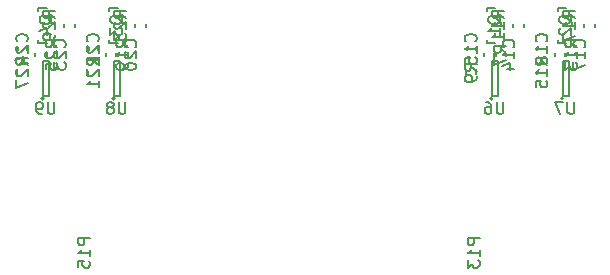
<source format=gbo>
G04 #@! TF.FileFunction,Legend,Bot*
%FSLAX46Y46*%
G04 Gerber Fmt 4.6, Leading zero omitted, Abs format (unit mm)*
G04 Created by KiCad (PCBNEW 4.0.1-stable) date 2017/02/22 22:44:27*
%MOMM*%
G01*
G04 APERTURE LIST*
%ADD10C,0.100000*%
%ADD11C,0.150000*%
G04 APERTURE END LIST*
D10*
D11*
X125600000Y-106875000D02*
X125600000Y-107125000D01*
X126400000Y-107125000D02*
X126400000Y-106875000D01*
X124900000Y-106625000D02*
X124900000Y-106375000D01*
X124100000Y-106375000D02*
X124100000Y-106625000D01*
X125849760Y-105799160D02*
X125849760Y-105750900D01*
X126550800Y-103000180D02*
X125849760Y-103000180D01*
X125849760Y-103000180D02*
X125849760Y-103249100D01*
X125849760Y-105799160D02*
X125849760Y-105999820D01*
X125849760Y-105999820D02*
X126550800Y-105999820D01*
X127440000Y-106885000D02*
X127440000Y-107115000D01*
X126560000Y-107115000D02*
X126560000Y-106885000D01*
X124060000Y-108615000D02*
X124060000Y-108385000D01*
X124940000Y-108385000D02*
X124940000Y-108615000D01*
X128060000Y-104615000D02*
X128060000Y-104385000D01*
X128940000Y-104385000D02*
X128940000Y-104615000D01*
X126300000Y-110700000D02*
G75*
G03X126300000Y-110700000I-100000J0D01*
G01*
X126750000Y-110450000D02*
X126250000Y-110450000D01*
X126750000Y-107550000D02*
X126750000Y-110450000D01*
X126250000Y-107550000D02*
X126750000Y-107550000D01*
X126250000Y-110450000D02*
X126250000Y-107550000D01*
X163600000Y-106875000D02*
X163600000Y-107125000D01*
X164400000Y-107125000D02*
X164400000Y-106875000D01*
X162900000Y-106625000D02*
X162900000Y-106375000D01*
X162100000Y-106375000D02*
X162100000Y-106625000D01*
X169600000Y-106875000D02*
X169600000Y-107125000D01*
X170400000Y-107125000D02*
X170400000Y-106875000D01*
X168900000Y-106625000D02*
X168900000Y-106375000D01*
X168100000Y-106375000D02*
X168100000Y-106625000D01*
X131600000Y-106875000D02*
X131600000Y-107125000D01*
X132400000Y-107125000D02*
X132400000Y-106875000D01*
X130900000Y-106625000D02*
X130900000Y-106375000D01*
X130100000Y-106375000D02*
X130100000Y-106625000D01*
X163849760Y-105799160D02*
X163849760Y-105750900D01*
X164550800Y-103000180D02*
X163849760Y-103000180D01*
X163849760Y-103000180D02*
X163849760Y-103249100D01*
X163849760Y-105799160D02*
X163849760Y-105999820D01*
X163849760Y-105999820D02*
X164550800Y-105999820D01*
X169849760Y-105799160D02*
X169849760Y-105750900D01*
X170550800Y-103000180D02*
X169849760Y-103000180D01*
X169849760Y-103000180D02*
X169849760Y-103249100D01*
X169849760Y-105799160D02*
X169849760Y-105999820D01*
X169849760Y-105999820D02*
X170550800Y-105999820D01*
X131849760Y-105799160D02*
X131849760Y-105750900D01*
X132550800Y-103000180D02*
X131849760Y-103000180D01*
X131849760Y-103000180D02*
X131849760Y-103249100D01*
X131849760Y-105799160D02*
X131849760Y-105999820D01*
X131849760Y-105999820D02*
X132550800Y-105999820D01*
X165440000Y-106885000D02*
X165440000Y-107115000D01*
X164560000Y-107115000D02*
X164560000Y-106885000D01*
X162060000Y-108615000D02*
X162060000Y-108385000D01*
X162940000Y-108385000D02*
X162940000Y-108615000D01*
X166060000Y-104615000D02*
X166060000Y-104385000D01*
X166940000Y-104385000D02*
X166940000Y-104615000D01*
X171440000Y-106885000D02*
X171440000Y-107115000D01*
X170560000Y-107115000D02*
X170560000Y-106885000D01*
X168060000Y-108615000D02*
X168060000Y-108385000D01*
X168940000Y-108385000D02*
X168940000Y-108615000D01*
X172060000Y-104615000D02*
X172060000Y-104385000D01*
X172940000Y-104385000D02*
X172940000Y-104615000D01*
X133440000Y-106885000D02*
X133440000Y-107115000D01*
X132560000Y-107115000D02*
X132560000Y-106885000D01*
X130060000Y-108615000D02*
X130060000Y-108385000D01*
X130940000Y-108385000D02*
X130940000Y-108615000D01*
X134060000Y-104615000D02*
X134060000Y-104385000D01*
X134940000Y-104385000D02*
X134940000Y-104615000D01*
X164300000Y-110700000D02*
G75*
G03X164300000Y-110700000I-100000J0D01*
G01*
X164750000Y-110450000D02*
X164250000Y-110450000D01*
X164750000Y-107550000D02*
X164750000Y-110450000D01*
X164250000Y-107550000D02*
X164750000Y-107550000D01*
X164250000Y-110450000D02*
X164250000Y-107550000D01*
X170300000Y-110700000D02*
G75*
G03X170300000Y-110700000I-100000J0D01*
G01*
X170750000Y-110450000D02*
X170250000Y-110450000D01*
X170750000Y-107550000D02*
X170750000Y-110450000D01*
X170250000Y-107550000D02*
X170750000Y-107550000D01*
X170250000Y-110450000D02*
X170250000Y-107550000D01*
X132300000Y-110700000D02*
G75*
G03X132300000Y-110700000I-100000J0D01*
G01*
X132750000Y-110450000D02*
X132250000Y-110450000D01*
X132750000Y-107550000D02*
X132750000Y-110450000D01*
X132250000Y-107550000D02*
X132750000Y-107550000D01*
X132250000Y-110450000D02*
X132250000Y-107550000D01*
X128057143Y-106357143D02*
X128104762Y-106309524D01*
X128152381Y-106166667D01*
X128152381Y-106071429D01*
X128104762Y-105928571D01*
X128009524Y-105833333D01*
X127914286Y-105785714D01*
X127723810Y-105738095D01*
X127580952Y-105738095D01*
X127390476Y-105785714D01*
X127295238Y-105833333D01*
X127200000Y-105928571D01*
X127152381Y-106071429D01*
X127152381Y-106166667D01*
X127200000Y-106309524D01*
X127247619Y-106357143D01*
X127247619Y-106738095D02*
X127200000Y-106785714D01*
X127152381Y-106880952D01*
X127152381Y-107119048D01*
X127200000Y-107214286D01*
X127247619Y-107261905D01*
X127342857Y-107309524D01*
X127438095Y-107309524D01*
X127580952Y-107261905D01*
X128152381Y-106690476D01*
X128152381Y-107309524D01*
X127152381Y-107642857D02*
X127152381Y-108261905D01*
X127533333Y-107928571D01*
X127533333Y-108071429D01*
X127580952Y-108166667D01*
X127628571Y-108214286D01*
X127723810Y-108261905D01*
X127961905Y-108261905D01*
X128057143Y-108214286D01*
X128104762Y-108166667D01*
X128152381Y-108071429D01*
X128152381Y-107785714D01*
X128104762Y-107690476D01*
X128057143Y-107642857D01*
X124857143Y-105857143D02*
X124904762Y-105809524D01*
X124952381Y-105666667D01*
X124952381Y-105571429D01*
X124904762Y-105428571D01*
X124809524Y-105333333D01*
X124714286Y-105285714D01*
X124523810Y-105238095D01*
X124380952Y-105238095D01*
X124190476Y-105285714D01*
X124095238Y-105333333D01*
X124000000Y-105428571D01*
X123952381Y-105571429D01*
X123952381Y-105666667D01*
X124000000Y-105809524D01*
X124047619Y-105857143D01*
X124047619Y-106238095D02*
X124000000Y-106285714D01*
X123952381Y-106380952D01*
X123952381Y-106619048D01*
X124000000Y-106714286D01*
X124047619Y-106761905D01*
X124142857Y-106809524D01*
X124238095Y-106809524D01*
X124380952Y-106761905D01*
X124952381Y-106190476D01*
X124952381Y-106809524D01*
X124285714Y-107666667D02*
X124952381Y-107666667D01*
X123904762Y-107428571D02*
X124619048Y-107190476D01*
X124619048Y-107809524D01*
X127047619Y-104404762D02*
X127000000Y-104309524D01*
X126904762Y-104214286D01*
X126761905Y-104071429D01*
X126714286Y-103976190D01*
X126714286Y-103880952D01*
X126952381Y-103928571D02*
X126904762Y-103833333D01*
X126809524Y-103738095D01*
X126619048Y-103690476D01*
X126285714Y-103690476D01*
X126095238Y-103738095D01*
X126000000Y-103833333D01*
X125952381Y-103928571D01*
X125952381Y-104119048D01*
X126000000Y-104214286D01*
X126095238Y-104309524D01*
X126285714Y-104357143D01*
X126619048Y-104357143D01*
X126809524Y-104309524D01*
X126904762Y-104214286D01*
X126952381Y-104119048D01*
X126952381Y-103928571D01*
X126285714Y-105214286D02*
X126952381Y-105214286D01*
X125904762Y-104976190D02*
X126619048Y-104738095D01*
X126619048Y-105357143D01*
X127452381Y-106357143D02*
X126976190Y-106023809D01*
X127452381Y-105785714D02*
X126452381Y-105785714D01*
X126452381Y-106166667D01*
X126500000Y-106261905D01*
X126547619Y-106309524D01*
X126642857Y-106357143D01*
X126785714Y-106357143D01*
X126880952Y-106309524D01*
X126928571Y-106261905D01*
X126976190Y-106166667D01*
X126976190Y-105785714D01*
X126547619Y-106738095D02*
X126500000Y-106785714D01*
X126452381Y-106880952D01*
X126452381Y-107119048D01*
X126500000Y-107214286D01*
X126547619Y-107261905D01*
X126642857Y-107309524D01*
X126738095Y-107309524D01*
X126880952Y-107261905D01*
X127452381Y-106690476D01*
X127452381Y-107309524D01*
X126452381Y-108214286D02*
X126452381Y-107738095D01*
X126928571Y-107690476D01*
X126880952Y-107738095D01*
X126833333Y-107833333D01*
X126833333Y-108071429D01*
X126880952Y-108166667D01*
X126928571Y-108214286D01*
X127023810Y-108261905D01*
X127261905Y-108261905D01*
X127357143Y-108214286D01*
X127404762Y-108166667D01*
X127452381Y-108071429D01*
X127452381Y-107833333D01*
X127404762Y-107738095D01*
X127357143Y-107690476D01*
X124952381Y-107857143D02*
X124476190Y-107523809D01*
X124952381Y-107285714D02*
X123952381Y-107285714D01*
X123952381Y-107666667D01*
X124000000Y-107761905D01*
X124047619Y-107809524D01*
X124142857Y-107857143D01*
X124285714Y-107857143D01*
X124380952Y-107809524D01*
X124428571Y-107761905D01*
X124476190Y-107666667D01*
X124476190Y-107285714D01*
X124047619Y-108238095D02*
X124000000Y-108285714D01*
X123952381Y-108380952D01*
X123952381Y-108619048D01*
X124000000Y-108714286D01*
X124047619Y-108761905D01*
X124142857Y-108809524D01*
X124238095Y-108809524D01*
X124380952Y-108761905D01*
X124952381Y-108190476D01*
X124952381Y-108809524D01*
X123952381Y-109142857D02*
X123952381Y-109809524D01*
X124952381Y-109380952D01*
X127252381Y-103857143D02*
X126776190Y-103523809D01*
X127252381Y-103285714D02*
X126252381Y-103285714D01*
X126252381Y-103666667D01*
X126300000Y-103761905D01*
X126347619Y-103809524D01*
X126442857Y-103857143D01*
X126585714Y-103857143D01*
X126680952Y-103809524D01*
X126728571Y-103761905D01*
X126776190Y-103666667D01*
X126776190Y-103285714D01*
X126347619Y-104238095D02*
X126300000Y-104285714D01*
X126252381Y-104380952D01*
X126252381Y-104619048D01*
X126300000Y-104714286D01*
X126347619Y-104761905D01*
X126442857Y-104809524D01*
X126538095Y-104809524D01*
X126680952Y-104761905D01*
X127252381Y-104190476D01*
X127252381Y-104809524D01*
X127252381Y-105285714D02*
X127252381Y-105476190D01*
X127204762Y-105571429D01*
X127157143Y-105619048D01*
X127014286Y-105714286D01*
X126823810Y-105761905D01*
X126442857Y-105761905D01*
X126347619Y-105714286D01*
X126300000Y-105666667D01*
X126252381Y-105571429D01*
X126252381Y-105380952D01*
X126300000Y-105285714D01*
X126347619Y-105238095D01*
X126442857Y-105190476D01*
X126680952Y-105190476D01*
X126776190Y-105238095D01*
X126823810Y-105285714D01*
X126871429Y-105380952D01*
X126871429Y-105571429D01*
X126823810Y-105666667D01*
X126776190Y-105714286D01*
X126680952Y-105761905D01*
X127211905Y-111002381D02*
X127211905Y-111811905D01*
X127164286Y-111907143D01*
X127116667Y-111954762D01*
X127021429Y-112002381D01*
X126830952Y-112002381D01*
X126735714Y-111954762D01*
X126688095Y-111907143D01*
X126640476Y-111811905D01*
X126640476Y-111002381D01*
X126116667Y-112002381D02*
X125926191Y-112002381D01*
X125830952Y-111954762D01*
X125783333Y-111907143D01*
X125688095Y-111764286D01*
X125640476Y-111573810D01*
X125640476Y-111192857D01*
X125688095Y-111097619D01*
X125735714Y-111050000D01*
X125830952Y-111002381D01*
X126021429Y-111002381D01*
X126116667Y-111050000D01*
X126164286Y-111097619D01*
X126211905Y-111192857D01*
X126211905Y-111430952D01*
X126164286Y-111526190D01*
X126116667Y-111573810D01*
X126021429Y-111621429D01*
X125830952Y-111621429D01*
X125735714Y-111573810D01*
X125688095Y-111526190D01*
X125640476Y-111430952D01*
X166057143Y-106357143D02*
X166104762Y-106309524D01*
X166152381Y-106166667D01*
X166152381Y-106071429D01*
X166104762Y-105928571D01*
X166009524Y-105833333D01*
X165914286Y-105785714D01*
X165723810Y-105738095D01*
X165580952Y-105738095D01*
X165390476Y-105785714D01*
X165295238Y-105833333D01*
X165200000Y-105928571D01*
X165152381Y-106071429D01*
X165152381Y-106166667D01*
X165200000Y-106309524D01*
X165247619Y-106357143D01*
X166152381Y-107309524D02*
X166152381Y-106738095D01*
X166152381Y-107023809D02*
X165152381Y-107023809D01*
X165295238Y-106928571D01*
X165390476Y-106833333D01*
X165438095Y-106738095D01*
X165485714Y-108166667D02*
X166152381Y-108166667D01*
X165104762Y-107928571D02*
X165819048Y-107690476D01*
X165819048Y-108309524D01*
X162857143Y-105857143D02*
X162904762Y-105809524D01*
X162952381Y-105666667D01*
X162952381Y-105571429D01*
X162904762Y-105428571D01*
X162809524Y-105333333D01*
X162714286Y-105285714D01*
X162523810Y-105238095D01*
X162380952Y-105238095D01*
X162190476Y-105285714D01*
X162095238Y-105333333D01*
X162000000Y-105428571D01*
X161952381Y-105571429D01*
X161952381Y-105666667D01*
X162000000Y-105809524D01*
X162047619Y-105857143D01*
X162952381Y-106809524D02*
X162952381Y-106238095D01*
X162952381Y-106523809D02*
X161952381Y-106523809D01*
X162095238Y-106428571D01*
X162190476Y-106333333D01*
X162238095Y-106238095D01*
X161952381Y-107714286D02*
X161952381Y-107238095D01*
X162428571Y-107190476D01*
X162380952Y-107238095D01*
X162333333Y-107333333D01*
X162333333Y-107571429D01*
X162380952Y-107666667D01*
X162428571Y-107714286D01*
X162523810Y-107761905D01*
X162761905Y-107761905D01*
X162857143Y-107714286D01*
X162904762Y-107666667D01*
X162952381Y-107571429D01*
X162952381Y-107333333D01*
X162904762Y-107238095D01*
X162857143Y-107190476D01*
X172057143Y-106357143D02*
X172104762Y-106309524D01*
X172152381Y-106166667D01*
X172152381Y-106071429D01*
X172104762Y-105928571D01*
X172009524Y-105833333D01*
X171914286Y-105785714D01*
X171723810Y-105738095D01*
X171580952Y-105738095D01*
X171390476Y-105785714D01*
X171295238Y-105833333D01*
X171200000Y-105928571D01*
X171152381Y-106071429D01*
X171152381Y-106166667D01*
X171200000Y-106309524D01*
X171247619Y-106357143D01*
X172152381Y-107309524D02*
X172152381Y-106738095D01*
X172152381Y-107023809D02*
X171152381Y-107023809D01*
X171295238Y-106928571D01*
X171390476Y-106833333D01*
X171438095Y-106738095D01*
X171152381Y-107642857D02*
X171152381Y-108309524D01*
X172152381Y-107880952D01*
X168857143Y-105857143D02*
X168904762Y-105809524D01*
X168952381Y-105666667D01*
X168952381Y-105571429D01*
X168904762Y-105428571D01*
X168809524Y-105333333D01*
X168714286Y-105285714D01*
X168523810Y-105238095D01*
X168380952Y-105238095D01*
X168190476Y-105285714D01*
X168095238Y-105333333D01*
X168000000Y-105428571D01*
X167952381Y-105571429D01*
X167952381Y-105666667D01*
X168000000Y-105809524D01*
X168047619Y-105857143D01*
X168952381Y-106809524D02*
X168952381Y-106238095D01*
X168952381Y-106523809D02*
X167952381Y-106523809D01*
X168095238Y-106428571D01*
X168190476Y-106333333D01*
X168238095Y-106238095D01*
X168380952Y-107380952D02*
X168333333Y-107285714D01*
X168285714Y-107238095D01*
X168190476Y-107190476D01*
X168142857Y-107190476D01*
X168047619Y-107238095D01*
X168000000Y-107285714D01*
X167952381Y-107380952D01*
X167952381Y-107571429D01*
X168000000Y-107666667D01*
X168047619Y-107714286D01*
X168142857Y-107761905D01*
X168190476Y-107761905D01*
X168285714Y-107714286D01*
X168333333Y-107666667D01*
X168380952Y-107571429D01*
X168380952Y-107380952D01*
X168428571Y-107285714D01*
X168476190Y-107238095D01*
X168571429Y-107190476D01*
X168761905Y-107190476D01*
X168857143Y-107238095D01*
X168904762Y-107285714D01*
X168952381Y-107380952D01*
X168952381Y-107571429D01*
X168904762Y-107666667D01*
X168857143Y-107714286D01*
X168761905Y-107761905D01*
X168571429Y-107761905D01*
X168476190Y-107714286D01*
X168428571Y-107666667D01*
X168380952Y-107571429D01*
X134057143Y-106357143D02*
X134104762Y-106309524D01*
X134152381Y-106166667D01*
X134152381Y-106071429D01*
X134104762Y-105928571D01*
X134009524Y-105833333D01*
X133914286Y-105785714D01*
X133723810Y-105738095D01*
X133580952Y-105738095D01*
X133390476Y-105785714D01*
X133295238Y-105833333D01*
X133200000Y-105928571D01*
X133152381Y-106071429D01*
X133152381Y-106166667D01*
X133200000Y-106309524D01*
X133247619Y-106357143D01*
X133247619Y-106738095D02*
X133200000Y-106785714D01*
X133152381Y-106880952D01*
X133152381Y-107119048D01*
X133200000Y-107214286D01*
X133247619Y-107261905D01*
X133342857Y-107309524D01*
X133438095Y-107309524D01*
X133580952Y-107261905D01*
X134152381Y-106690476D01*
X134152381Y-107309524D01*
X133152381Y-107928571D02*
X133152381Y-108023810D01*
X133200000Y-108119048D01*
X133247619Y-108166667D01*
X133342857Y-108214286D01*
X133533333Y-108261905D01*
X133771429Y-108261905D01*
X133961905Y-108214286D01*
X134057143Y-108166667D01*
X134104762Y-108119048D01*
X134152381Y-108023810D01*
X134152381Y-107928571D01*
X134104762Y-107833333D01*
X134057143Y-107785714D01*
X133961905Y-107738095D01*
X133771429Y-107690476D01*
X133533333Y-107690476D01*
X133342857Y-107738095D01*
X133247619Y-107785714D01*
X133200000Y-107833333D01*
X133152381Y-107928571D01*
X130857143Y-105857143D02*
X130904762Y-105809524D01*
X130952381Y-105666667D01*
X130952381Y-105571429D01*
X130904762Y-105428571D01*
X130809524Y-105333333D01*
X130714286Y-105285714D01*
X130523810Y-105238095D01*
X130380952Y-105238095D01*
X130190476Y-105285714D01*
X130095238Y-105333333D01*
X130000000Y-105428571D01*
X129952381Y-105571429D01*
X129952381Y-105666667D01*
X130000000Y-105809524D01*
X130047619Y-105857143D01*
X130047619Y-106238095D02*
X130000000Y-106285714D01*
X129952381Y-106380952D01*
X129952381Y-106619048D01*
X130000000Y-106714286D01*
X130047619Y-106761905D01*
X130142857Y-106809524D01*
X130238095Y-106809524D01*
X130380952Y-106761905D01*
X130952381Y-106190476D01*
X130952381Y-106809524D01*
X130952381Y-107761905D02*
X130952381Y-107190476D01*
X130952381Y-107476190D02*
X129952381Y-107476190D01*
X130095238Y-107380952D01*
X130190476Y-107285714D01*
X130238095Y-107190476D01*
X165047619Y-104404762D02*
X165000000Y-104309524D01*
X164904762Y-104214286D01*
X164761905Y-104071429D01*
X164714286Y-103976190D01*
X164714286Y-103880952D01*
X164952381Y-103928571D02*
X164904762Y-103833333D01*
X164809524Y-103738095D01*
X164619048Y-103690476D01*
X164285714Y-103690476D01*
X164095238Y-103738095D01*
X164000000Y-103833333D01*
X163952381Y-103928571D01*
X163952381Y-104119048D01*
X164000000Y-104214286D01*
X164095238Y-104309524D01*
X164285714Y-104357143D01*
X164619048Y-104357143D01*
X164809524Y-104309524D01*
X164904762Y-104214286D01*
X164952381Y-104119048D01*
X164952381Y-103928571D01*
X164952381Y-105309524D02*
X164952381Y-104738095D01*
X164952381Y-105023809D02*
X163952381Y-105023809D01*
X164095238Y-104928571D01*
X164190476Y-104833333D01*
X164238095Y-104738095D01*
X171047619Y-104404762D02*
X171000000Y-104309524D01*
X170904762Y-104214286D01*
X170761905Y-104071429D01*
X170714286Y-103976190D01*
X170714286Y-103880952D01*
X170952381Y-103928571D02*
X170904762Y-103833333D01*
X170809524Y-103738095D01*
X170619048Y-103690476D01*
X170285714Y-103690476D01*
X170095238Y-103738095D01*
X170000000Y-103833333D01*
X169952381Y-103928571D01*
X169952381Y-104119048D01*
X170000000Y-104214286D01*
X170095238Y-104309524D01*
X170285714Y-104357143D01*
X170619048Y-104357143D01*
X170809524Y-104309524D01*
X170904762Y-104214286D01*
X170952381Y-104119048D01*
X170952381Y-103928571D01*
X170047619Y-104738095D02*
X170000000Y-104785714D01*
X169952381Y-104880952D01*
X169952381Y-105119048D01*
X170000000Y-105214286D01*
X170047619Y-105261905D01*
X170142857Y-105309524D01*
X170238095Y-105309524D01*
X170380952Y-105261905D01*
X170952381Y-104690476D01*
X170952381Y-105309524D01*
X133047619Y-104404762D02*
X133000000Y-104309524D01*
X132904762Y-104214286D01*
X132761905Y-104071429D01*
X132714286Y-103976190D01*
X132714286Y-103880952D01*
X132952381Y-103928571D02*
X132904762Y-103833333D01*
X132809524Y-103738095D01*
X132619048Y-103690476D01*
X132285714Y-103690476D01*
X132095238Y-103738095D01*
X132000000Y-103833333D01*
X131952381Y-103928571D01*
X131952381Y-104119048D01*
X132000000Y-104214286D01*
X132095238Y-104309524D01*
X132285714Y-104357143D01*
X132619048Y-104357143D01*
X132809524Y-104309524D01*
X132904762Y-104214286D01*
X132952381Y-104119048D01*
X132952381Y-103928571D01*
X131952381Y-104690476D02*
X131952381Y-105309524D01*
X132333333Y-104976190D01*
X132333333Y-105119048D01*
X132380952Y-105214286D01*
X132428571Y-105261905D01*
X132523810Y-105309524D01*
X132761905Y-105309524D01*
X132857143Y-105261905D01*
X132904762Y-105214286D01*
X132952381Y-105119048D01*
X132952381Y-104833333D01*
X132904762Y-104738095D01*
X132857143Y-104690476D01*
X165452381Y-106833334D02*
X164976190Y-106500000D01*
X165452381Y-106261905D02*
X164452381Y-106261905D01*
X164452381Y-106642858D01*
X164500000Y-106738096D01*
X164547619Y-106785715D01*
X164642857Y-106833334D01*
X164785714Y-106833334D01*
X164880952Y-106785715D01*
X164928571Y-106738096D01*
X164976190Y-106642858D01*
X164976190Y-106261905D01*
X164452381Y-107166667D02*
X164452381Y-107833334D01*
X165452381Y-107404762D01*
X162952381Y-108333334D02*
X162476190Y-108000000D01*
X162952381Y-107761905D02*
X161952381Y-107761905D01*
X161952381Y-108142858D01*
X162000000Y-108238096D01*
X162047619Y-108285715D01*
X162142857Y-108333334D01*
X162285714Y-108333334D01*
X162380952Y-108285715D01*
X162428571Y-108238096D01*
X162476190Y-108142858D01*
X162476190Y-107761905D01*
X162952381Y-108809524D02*
X162952381Y-109000000D01*
X162904762Y-109095239D01*
X162857143Y-109142858D01*
X162714286Y-109238096D01*
X162523810Y-109285715D01*
X162142857Y-109285715D01*
X162047619Y-109238096D01*
X162000000Y-109190477D01*
X161952381Y-109095239D01*
X161952381Y-108904762D01*
X162000000Y-108809524D01*
X162047619Y-108761905D01*
X162142857Y-108714286D01*
X162380952Y-108714286D01*
X162476190Y-108761905D01*
X162523810Y-108809524D01*
X162571429Y-108904762D01*
X162571429Y-109095239D01*
X162523810Y-109190477D01*
X162476190Y-109238096D01*
X162380952Y-109285715D01*
X165252381Y-103857143D02*
X164776190Y-103523809D01*
X165252381Y-103285714D02*
X164252381Y-103285714D01*
X164252381Y-103666667D01*
X164300000Y-103761905D01*
X164347619Y-103809524D01*
X164442857Y-103857143D01*
X164585714Y-103857143D01*
X164680952Y-103809524D01*
X164728571Y-103761905D01*
X164776190Y-103666667D01*
X164776190Y-103285714D01*
X165252381Y-104809524D02*
X165252381Y-104238095D01*
X165252381Y-104523809D02*
X164252381Y-104523809D01*
X164395238Y-104428571D01*
X164490476Y-104333333D01*
X164538095Y-104238095D01*
X165252381Y-105761905D02*
X165252381Y-105190476D01*
X165252381Y-105476190D02*
X164252381Y-105476190D01*
X164395238Y-105380952D01*
X164490476Y-105285714D01*
X164538095Y-105190476D01*
X171452381Y-106357143D02*
X170976190Y-106023809D01*
X171452381Y-105785714D02*
X170452381Y-105785714D01*
X170452381Y-106166667D01*
X170500000Y-106261905D01*
X170547619Y-106309524D01*
X170642857Y-106357143D01*
X170785714Y-106357143D01*
X170880952Y-106309524D01*
X170928571Y-106261905D01*
X170976190Y-106166667D01*
X170976190Y-105785714D01*
X171452381Y-107309524D02*
X171452381Y-106738095D01*
X171452381Y-107023809D02*
X170452381Y-107023809D01*
X170595238Y-106928571D01*
X170690476Y-106833333D01*
X170738095Y-106738095D01*
X170452381Y-107642857D02*
X170452381Y-108261905D01*
X170833333Y-107928571D01*
X170833333Y-108071429D01*
X170880952Y-108166667D01*
X170928571Y-108214286D01*
X171023810Y-108261905D01*
X171261905Y-108261905D01*
X171357143Y-108214286D01*
X171404762Y-108166667D01*
X171452381Y-108071429D01*
X171452381Y-107785714D01*
X171404762Y-107690476D01*
X171357143Y-107642857D01*
X168952381Y-107857143D02*
X168476190Y-107523809D01*
X168952381Y-107285714D02*
X167952381Y-107285714D01*
X167952381Y-107666667D01*
X168000000Y-107761905D01*
X168047619Y-107809524D01*
X168142857Y-107857143D01*
X168285714Y-107857143D01*
X168380952Y-107809524D01*
X168428571Y-107761905D01*
X168476190Y-107666667D01*
X168476190Y-107285714D01*
X168952381Y-108809524D02*
X168952381Y-108238095D01*
X168952381Y-108523809D02*
X167952381Y-108523809D01*
X168095238Y-108428571D01*
X168190476Y-108333333D01*
X168238095Y-108238095D01*
X167952381Y-109714286D02*
X167952381Y-109238095D01*
X168428571Y-109190476D01*
X168380952Y-109238095D01*
X168333333Y-109333333D01*
X168333333Y-109571429D01*
X168380952Y-109666667D01*
X168428571Y-109714286D01*
X168523810Y-109761905D01*
X168761905Y-109761905D01*
X168857143Y-109714286D01*
X168904762Y-109666667D01*
X168952381Y-109571429D01*
X168952381Y-109333333D01*
X168904762Y-109238095D01*
X168857143Y-109190476D01*
X171252381Y-103857143D02*
X170776190Y-103523809D01*
X171252381Y-103285714D02*
X170252381Y-103285714D01*
X170252381Y-103666667D01*
X170300000Y-103761905D01*
X170347619Y-103809524D01*
X170442857Y-103857143D01*
X170585714Y-103857143D01*
X170680952Y-103809524D01*
X170728571Y-103761905D01*
X170776190Y-103666667D01*
X170776190Y-103285714D01*
X171252381Y-104809524D02*
X171252381Y-104238095D01*
X171252381Y-104523809D02*
X170252381Y-104523809D01*
X170395238Y-104428571D01*
X170490476Y-104333333D01*
X170538095Y-104238095D01*
X170252381Y-105142857D02*
X170252381Y-105809524D01*
X171252381Y-105380952D01*
X133452381Y-106357143D02*
X132976190Y-106023809D01*
X133452381Y-105785714D02*
X132452381Y-105785714D01*
X132452381Y-106166667D01*
X132500000Y-106261905D01*
X132547619Y-106309524D01*
X132642857Y-106357143D01*
X132785714Y-106357143D01*
X132880952Y-106309524D01*
X132928571Y-106261905D01*
X132976190Y-106166667D01*
X132976190Y-105785714D01*
X133452381Y-107309524D02*
X133452381Y-106738095D01*
X133452381Y-107023809D02*
X132452381Y-107023809D01*
X132595238Y-106928571D01*
X132690476Y-106833333D01*
X132738095Y-106738095D01*
X133452381Y-107785714D02*
X133452381Y-107976190D01*
X133404762Y-108071429D01*
X133357143Y-108119048D01*
X133214286Y-108214286D01*
X133023810Y-108261905D01*
X132642857Y-108261905D01*
X132547619Y-108214286D01*
X132500000Y-108166667D01*
X132452381Y-108071429D01*
X132452381Y-107880952D01*
X132500000Y-107785714D01*
X132547619Y-107738095D01*
X132642857Y-107690476D01*
X132880952Y-107690476D01*
X132976190Y-107738095D01*
X133023810Y-107785714D01*
X133071429Y-107880952D01*
X133071429Y-108071429D01*
X133023810Y-108166667D01*
X132976190Y-108214286D01*
X132880952Y-108261905D01*
X130952381Y-107857143D02*
X130476190Y-107523809D01*
X130952381Y-107285714D02*
X129952381Y-107285714D01*
X129952381Y-107666667D01*
X130000000Y-107761905D01*
X130047619Y-107809524D01*
X130142857Y-107857143D01*
X130285714Y-107857143D01*
X130380952Y-107809524D01*
X130428571Y-107761905D01*
X130476190Y-107666667D01*
X130476190Y-107285714D01*
X130047619Y-108238095D02*
X130000000Y-108285714D01*
X129952381Y-108380952D01*
X129952381Y-108619048D01*
X130000000Y-108714286D01*
X130047619Y-108761905D01*
X130142857Y-108809524D01*
X130238095Y-108809524D01*
X130380952Y-108761905D01*
X130952381Y-108190476D01*
X130952381Y-108809524D01*
X130952381Y-109761905D02*
X130952381Y-109190476D01*
X130952381Y-109476190D02*
X129952381Y-109476190D01*
X130095238Y-109380952D01*
X130190476Y-109285714D01*
X130238095Y-109190476D01*
X133252381Y-103857143D02*
X132776190Y-103523809D01*
X133252381Y-103285714D02*
X132252381Y-103285714D01*
X132252381Y-103666667D01*
X132300000Y-103761905D01*
X132347619Y-103809524D01*
X132442857Y-103857143D01*
X132585714Y-103857143D01*
X132680952Y-103809524D01*
X132728571Y-103761905D01*
X132776190Y-103666667D01*
X132776190Y-103285714D01*
X132347619Y-104238095D02*
X132300000Y-104285714D01*
X132252381Y-104380952D01*
X132252381Y-104619048D01*
X132300000Y-104714286D01*
X132347619Y-104761905D01*
X132442857Y-104809524D01*
X132538095Y-104809524D01*
X132680952Y-104761905D01*
X133252381Y-104190476D01*
X133252381Y-104809524D01*
X132252381Y-105142857D02*
X132252381Y-105761905D01*
X132633333Y-105428571D01*
X132633333Y-105571429D01*
X132680952Y-105666667D01*
X132728571Y-105714286D01*
X132823810Y-105761905D01*
X133061905Y-105761905D01*
X133157143Y-105714286D01*
X133204762Y-105666667D01*
X133252381Y-105571429D01*
X133252381Y-105285714D01*
X133204762Y-105190476D01*
X133157143Y-105142857D01*
X165211905Y-111002381D02*
X165211905Y-111811905D01*
X165164286Y-111907143D01*
X165116667Y-111954762D01*
X165021429Y-112002381D01*
X164830952Y-112002381D01*
X164735714Y-111954762D01*
X164688095Y-111907143D01*
X164640476Y-111811905D01*
X164640476Y-111002381D01*
X163735714Y-111002381D02*
X163926191Y-111002381D01*
X164021429Y-111050000D01*
X164069048Y-111097619D01*
X164164286Y-111240476D01*
X164211905Y-111430952D01*
X164211905Y-111811905D01*
X164164286Y-111907143D01*
X164116667Y-111954762D01*
X164021429Y-112002381D01*
X163830952Y-112002381D01*
X163735714Y-111954762D01*
X163688095Y-111907143D01*
X163640476Y-111811905D01*
X163640476Y-111573810D01*
X163688095Y-111478571D01*
X163735714Y-111430952D01*
X163830952Y-111383333D01*
X164021429Y-111383333D01*
X164116667Y-111430952D01*
X164164286Y-111478571D01*
X164211905Y-111573810D01*
X171211905Y-111002381D02*
X171211905Y-111811905D01*
X171164286Y-111907143D01*
X171116667Y-111954762D01*
X171021429Y-112002381D01*
X170830952Y-112002381D01*
X170735714Y-111954762D01*
X170688095Y-111907143D01*
X170640476Y-111811905D01*
X170640476Y-111002381D01*
X170259524Y-111002381D02*
X169592857Y-111002381D01*
X170021429Y-112002381D01*
X133211905Y-111002381D02*
X133211905Y-111811905D01*
X133164286Y-111907143D01*
X133116667Y-111954762D01*
X133021429Y-112002381D01*
X132830952Y-112002381D01*
X132735714Y-111954762D01*
X132688095Y-111907143D01*
X132640476Y-111811905D01*
X132640476Y-111002381D01*
X132021429Y-111430952D02*
X132116667Y-111383333D01*
X132164286Y-111335714D01*
X132211905Y-111240476D01*
X132211905Y-111192857D01*
X132164286Y-111097619D01*
X132116667Y-111050000D01*
X132021429Y-111002381D01*
X131830952Y-111002381D01*
X131735714Y-111050000D01*
X131688095Y-111097619D01*
X131640476Y-111192857D01*
X131640476Y-111240476D01*
X131688095Y-111335714D01*
X131735714Y-111383333D01*
X131830952Y-111430952D01*
X132021429Y-111430952D01*
X132116667Y-111478571D01*
X132164286Y-111526190D01*
X132211905Y-111621429D01*
X132211905Y-111811905D01*
X132164286Y-111907143D01*
X132116667Y-111954762D01*
X132021429Y-112002381D01*
X131830952Y-112002381D01*
X131735714Y-111954762D01*
X131688095Y-111907143D01*
X131640476Y-111811905D01*
X131640476Y-111621429D01*
X131688095Y-111526190D01*
X131735714Y-111478571D01*
X131830952Y-111430952D01*
X163202381Y-122535714D02*
X162202381Y-122535714D01*
X162202381Y-122916667D01*
X162250000Y-123011905D01*
X162297619Y-123059524D01*
X162392857Y-123107143D01*
X162535714Y-123107143D01*
X162630952Y-123059524D01*
X162678571Y-123011905D01*
X162726190Y-122916667D01*
X162726190Y-122535714D01*
X163202381Y-124059524D02*
X163202381Y-123488095D01*
X163202381Y-123773809D02*
X162202381Y-123773809D01*
X162345238Y-123678571D01*
X162440476Y-123583333D01*
X162488095Y-123488095D01*
X162202381Y-124392857D02*
X162202381Y-125011905D01*
X162583333Y-124678571D01*
X162583333Y-124821429D01*
X162630952Y-124916667D01*
X162678571Y-124964286D01*
X162773810Y-125011905D01*
X163011905Y-125011905D01*
X163107143Y-124964286D01*
X163154762Y-124916667D01*
X163202381Y-124821429D01*
X163202381Y-124535714D01*
X163154762Y-124440476D01*
X163107143Y-124392857D01*
X130202381Y-122535714D02*
X129202381Y-122535714D01*
X129202381Y-122916667D01*
X129250000Y-123011905D01*
X129297619Y-123059524D01*
X129392857Y-123107143D01*
X129535714Y-123107143D01*
X129630952Y-123059524D01*
X129678571Y-123011905D01*
X129726190Y-122916667D01*
X129726190Y-122535714D01*
X130202381Y-124059524D02*
X130202381Y-123488095D01*
X130202381Y-123773809D02*
X129202381Y-123773809D01*
X129345238Y-123678571D01*
X129440476Y-123583333D01*
X129488095Y-123488095D01*
X129202381Y-124964286D02*
X129202381Y-124488095D01*
X129678571Y-124440476D01*
X129630952Y-124488095D01*
X129583333Y-124583333D01*
X129583333Y-124821429D01*
X129630952Y-124916667D01*
X129678571Y-124964286D01*
X129773810Y-125011905D01*
X130011905Y-125011905D01*
X130107143Y-124964286D01*
X130154762Y-124916667D01*
X130202381Y-124821429D01*
X130202381Y-124583333D01*
X130154762Y-124488095D01*
X130107143Y-124440476D01*
M02*

</source>
